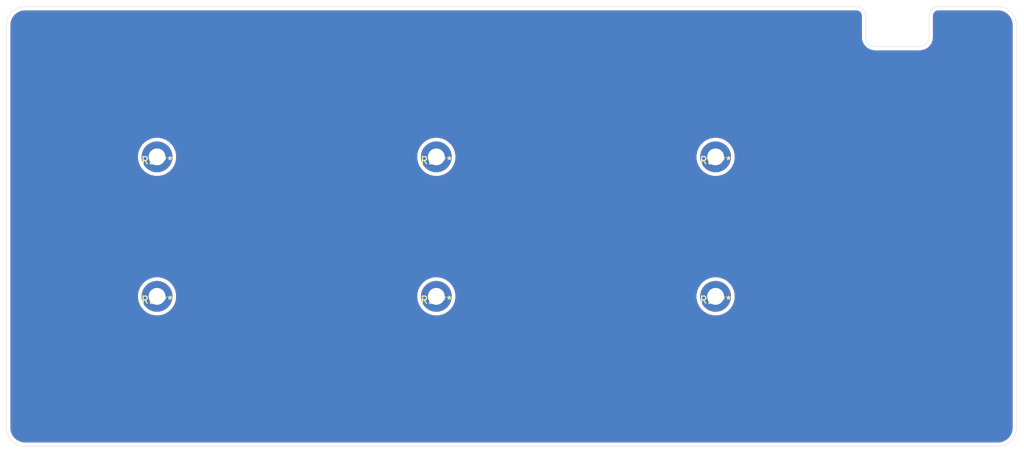
<source format=kicad_pcb>
(kicad_pcb (version 20171130) (host pcbnew "(5.1.7)-1")

  (general
    (thickness 1.6)
    (drawings 16)
    (tracks 0)
    (zones 0)
    (modules 6)
    (nets 1)
  )

  (page A4)
  (layers
    (0 F.Cu signal)
    (31 B.Cu signal)
    (32 B.Adhes user)
    (33 F.Adhes user)
    (34 B.Paste user)
    (35 F.Paste user)
    (36 B.SilkS user)
    (37 F.SilkS user)
    (38 B.Mask user)
    (39 F.Mask user)
    (40 Dwgs.User user)
    (41 Cmts.User user)
    (42 Eco1.User user)
    (43 Eco2.User user)
    (44 Edge.Cuts user)
    (45 Margin user)
    (46 B.CrtYd user)
    (47 F.CrtYd user)
    (48 B.Fab user)
    (49 F.Fab user)
  )

  (setup
    (last_trace_width 0.25)
    (user_trace_width 0.5)
    (trace_clearance 0.2)
    (zone_clearance 0.508)
    (zone_45_only no)
    (trace_min 0.2)
    (via_size 0.8)
    (via_drill 0.4)
    (via_min_size 0.4)
    (via_min_drill 0.3)
    (uvia_size 0.3)
    (uvia_drill 0.1)
    (uvias_allowed no)
    (uvia_min_size 0.2)
    (uvia_min_drill 0.1)
    (edge_width 0.05)
    (segment_width 0.2)
    (pcb_text_width 0.3)
    (pcb_text_size 1.5 1.5)
    (mod_edge_width 0.12)
    (mod_text_size 1 1)
    (mod_text_width 0.15)
    (pad_size 1.524 1.524)
    (pad_drill 0.762)
    (pad_to_mask_clearance 0)
    (aux_axis_origin 0 0)
    (visible_elements 7FFFFFFF)
    (pcbplotparams
      (layerselection 0x010fc_ffffffff)
      (usegerberextensions false)
      (usegerberattributes false)
      (usegerberadvancedattributes false)
      (creategerberjobfile false)
      (excludeedgelayer true)
      (linewidth 0.100000)
      (plotframeref false)
      (viasonmask false)
      (mode 1)
      (useauxorigin false)
      (hpglpennumber 1)
      (hpglpenspeed 20)
      (hpglpendiameter 15.000000)
      (psnegative false)
      (psa4output false)
      (plotreference true)
      (plotvalue false)
      (plotinvisibletext false)
      (padsonsilk true)
      (subtractmaskfromsilk false)
      (outputformat 1)
      (mirror false)
      (drillshape 0)
      (scaleselection 1)
      (outputdirectory "gerber/bottom_plate/"))
  )

  (net 0 "")

  (net_class Default "これはデフォルトのネット クラスです。"
    (clearance 0.2)
    (trace_width 0.25)
    (via_dia 0.8)
    (via_drill 0.4)
    (uvia_dia 0.3)
    (uvia_drill 0.1)
  )

  (module kbd:M2_Hole_TH (layer F.Cu) (tedit 5F7666C1) (tstamp 600D7460)
    (at 59.525 59.525)
    (fp_text reference REF** (at 0 0.5) (layer F.SilkS)
      (effects (font (size 1 1) (thickness 0.15)))
    )
    (fp_text value M2_Hole_TH (at 0 -0.5) (layer F.Fab)
      (effects (font (size 1 1) (thickness 0.15)))
    )
    (pad "" thru_hole circle (at 0 0) (size 4.2 4.2) (drill 2.3) (layers *.Cu *.Mask))
  )

  (module kbd:M2_Hole_TH (layer F.Cu) (tedit 5F7666C1) (tstamp 600D7486)
    (at 135.725 78.575)
    (fp_text reference REF** (at 0 0.5) (layer F.SilkS)
      (effects (font (size 1 1) (thickness 0.15)))
    )
    (fp_text value M2_Hole_TH (at 0 -0.5) (layer F.Fab)
      (effects (font (size 1 1) (thickness 0.15)))
    )
    (pad "" thru_hole circle (at 0 0) (size 4.2 4.2) (drill 2.3) (layers *.Cu *.Mask))
  )

  (module kbd:M2_Hole_TH (layer F.Cu) (tedit 5F7666C1) (tstamp 600D747E)
    (at 135.725 59.525)
    (fp_text reference REF** (at 0 0.5) (layer F.SilkS)
      (effects (font (size 1 1) (thickness 0.15)))
    )
    (fp_text value M2_Hole_TH (at 0 -0.5) (layer F.Fab)
      (effects (font (size 1 1) (thickness 0.15)))
    )
    (pad "" thru_hole circle (at 0 0) (size 4.2 4.2) (drill 2.3) (layers *.Cu *.Mask))
  )

  (module kbd:M2_Hole_TH (layer F.Cu) (tedit 5F7666C1) (tstamp 600D7476)
    (at 97.625 78.575)
    (fp_text reference REF** (at 0 0.5) (layer F.SilkS)
      (effects (font (size 1 1) (thickness 0.15)))
    )
    (fp_text value M2_Hole_TH (at 0 -0.5) (layer F.Fab)
      (effects (font (size 1 1) (thickness 0.15)))
    )
    (pad "" thru_hole circle (at 0 0) (size 4.2 4.2) (drill 2.3) (layers *.Cu *.Mask))
  )

  (module kbd:M2_Hole_TH (layer F.Cu) (tedit 5F7666C1) (tstamp 600D746E)
    (at 97.625 59.525)
    (fp_text reference REF** (at 0 0.5) (layer F.SilkS)
      (effects (font (size 1 1) (thickness 0.15)))
    )
    (fp_text value M2_Hole_TH (at 0 -0.5) (layer F.Fab)
      (effects (font (size 1 1) (thickness 0.15)))
    )
    (pad "" thru_hole circle (at 0 0) (size 4.2 4.2) (drill 2.3) (layers *.Cu *.Mask))
  )

  (module kbd:M2_Hole_TH (layer F.Cu) (tedit 5F7666C1) (tstamp 600D7466)
    (at 59.525 78.575)
    (fp_text reference REF** (at 0 0.5) (layer F.SilkS)
      (effects (font (size 1 1) (thickness 0.15)))
    )
    (fp_text value M2_Hole_TH (at 0 -0.5) (layer F.Fab)
      (effects (font (size 1 1) (thickness 0.15)))
    )
    (pad "" thru_hole circle (at 0 0) (size 4.2 4.2) (drill 2.3) (layers *.Cu *.Mask))
  )

  (gr_line (start 157.48 44.45) (end 163.576 44.45) (layer Edge.Cuts) (width 0.05) (tstamp 600D7066))
  (gr_line (start 164.846 40.259) (end 164.846 43.18) (layer Edge.Cuts) (width 0.05) (tstamp 600D705F))
  (gr_line (start 156.21 40.259) (end 156.21 43.18) (layer Edge.Cuts) (width 0.05))
  (gr_arc (start 166.116 40.259) (end 166.116 38.989) (angle -90) (layer Edge.Cuts) (width 0.05))
  (gr_arc (start 163.576 43.18) (end 163.576 44.45) (angle -90) (layer Edge.Cuts) (width 0.05))
  (gr_arc (start 157.48 43.18) (end 156.21 43.18) (angle -90) (layer Edge.Cuts) (width 0.05))
  (gr_arc (start 154.94 40.259) (end 156.21 40.259) (angle -90) (layer Edge.Cuts) (width 0.05))
  (gr_arc (start 174.244 41.529) (end 176.784 41.529) (angle -90) (layer Edge.Cuts) (width 0.05))
  (gr_arc (start 174.244 96.52) (end 174.244 99.06) (angle -90) (layer Edge.Cuts) (width 0.05))
  (gr_arc (start 41.529 96.52) (end 38.989 96.52) (angle -90) (layer Edge.Cuts) (width 0.05))
  (gr_arc (start 41.529 41.529) (end 41.529 38.989) (angle -90) (layer Edge.Cuts) (width 0.05))
  (gr_line (start 174.244 38.989) (end 166.116 38.989) (layer Edge.Cuts) (width 0.05))
  (gr_line (start 154.94 38.989) (end 41.529 38.989) (layer Edge.Cuts) (width 0.05))
  (gr_line (start 176.784 96.52) (end 176.784 41.529) (layer Edge.Cuts) (width 0.05) (tstamp 5FFAEA58))
  (gr_line (start 41.529 99.06) (end 174.244 99.06) (layer Edge.Cuts) (width 0.05))
  (gr_line (start 38.989 41.529) (end 38.989 96.52) (layer Edge.Cuts) (width 0.05))

  (zone (net 0) (net_name "") (layer F.Cu) (tstamp 600DFA30) (hatch edge 0.508)
    (connect_pads (clearance 0.508))
    (min_thickness 0.254)
    (fill yes (arc_segments 32) (thermal_gap 0.508) (thermal_bridge_width 0.508))
    (polygon
      (pts
        (xy 177.8 101.6) (xy 38.1 101.6) (xy 38.1 38.1) (xy 177.8 38.1)
      )
    )
    (filled_polygon
      (pts
        (xy 155.057869 39.663722) (xy 155.171246 39.697953) (xy 155.275819 39.753555) (xy 155.367596 39.828407) (xy 155.443091 39.919664)
        (xy 155.499419 40.023844) (xy 155.53444 40.136976) (xy 155.55 40.285022) (xy 155.550001 43.212419) (xy 155.552802 43.240855)
        (xy 155.552747 43.248682) (xy 155.553646 43.257853) (xy 155.579554 43.504357) (xy 155.591589 43.562986) (xy 155.602792 43.621716)
        (xy 155.605456 43.630538) (xy 155.678751 43.867314) (xy 155.701931 43.922457) (xy 155.724339 43.97792) (xy 155.728665 43.986054)
        (xy 155.728667 43.986059) (xy 155.72867 43.986064) (xy 155.846553 44.204086) (xy 155.879988 44.253654) (xy 155.912759 44.303735)
        (xy 155.918584 44.310876) (xy 156.076577 44.501856) (xy 156.119012 44.543995) (xy 156.160875 44.586745) (xy 156.167976 44.592618)
        (xy 156.360053 44.749273) (xy 156.409875 44.782374) (xy 156.459237 44.816173) (xy 156.467343 44.820556) (xy 156.686191 44.936919)
        (xy 156.741479 44.959707) (xy 156.796475 44.983279) (xy 156.805278 44.986003) (xy 157.042559 45.057643) (xy 157.101246 45.069264)
        (xy 157.159752 45.0817) (xy 157.168915 45.082663) (xy 157.168917 45.082663) (xy 157.415595 45.10685) (xy 157.415598 45.10685)
        (xy 157.447581 45.11) (xy 163.608419 45.11) (xy 163.636865 45.107198) (xy 163.644682 45.107253) (xy 163.653853 45.106354)
        (xy 163.900357 45.080446) (xy 163.958986 45.068411) (xy 164.017716 45.057208) (xy 164.026532 45.054546) (xy 164.026536 45.054545)
        (xy 164.026539 45.054544) (xy 164.263314 44.981249) (xy 164.318457 44.958069) (xy 164.37392 44.935661) (xy 164.382054 44.931335)
        (xy 164.382059 44.931333) (xy 164.382064 44.93133) (xy 164.600086 44.813447) (xy 164.649654 44.780012) (xy 164.699735 44.747241)
        (xy 164.706876 44.741416) (xy 164.897856 44.583423) (xy 164.939995 44.540988) (xy 164.982745 44.499125) (xy 164.988618 44.492024)
        (xy 165.145273 44.299947) (xy 165.178374 44.250125) (xy 165.212173 44.200763) (xy 165.216556 44.192657) (xy 165.332919 43.973809)
        (xy 165.355707 43.918521) (xy 165.379279 43.863525) (xy 165.382003 43.854722) (xy 165.453643 43.617441) (xy 165.465264 43.558754)
        (xy 165.4777 43.500248) (xy 165.478663 43.491083) (xy 165.50285 43.244405) (xy 165.50285 43.244402) (xy 165.506 43.212419)
        (xy 165.506 40.291279) (xy 165.520722 40.141131) (xy 165.554953 40.027754) (xy 165.610555 39.923181) (xy 165.685407 39.831404)
        (xy 165.776664 39.755909) (xy 165.880844 39.699581) (xy 165.993976 39.66456) (xy 166.142022 39.649) (xy 174.211721 39.649)
        (xy 174.608545 39.687909) (xy 174.959208 39.79378) (xy 175.282625 39.965744) (xy 175.566484 40.197254) (xy 175.799965 40.479486)
        (xy 175.974183 40.801695) (xy 176.082502 41.151614) (xy 176.124001 41.546452) (xy 176.124 96.487721) (xy 176.085091 96.884545)
        (xy 175.97922 97.235206) (xy 175.807257 97.558623) (xy 175.575748 97.842482) (xy 175.293514 98.075965) (xy 174.971304 98.250184)
        (xy 174.621385 98.358502) (xy 174.226557 98.4) (xy 41.561279 98.4) (xy 41.164455 98.361091) (xy 40.813794 98.25522)
        (xy 40.490377 98.083257) (xy 40.206518 97.851748) (xy 39.973035 97.569514) (xy 39.798816 97.247304) (xy 39.690498 96.897385)
        (xy 39.649 96.502557) (xy 39.649 78.305626) (xy 56.79 78.305626) (xy 56.79 78.844374) (xy 56.895105 79.37277)
        (xy 57.101275 79.870508) (xy 57.400587 80.318461) (xy 57.781539 80.699413) (xy 58.229492 80.998725) (xy 58.72723 81.204895)
        (xy 59.255626 81.31) (xy 59.794374 81.31) (xy 60.32277 81.204895) (xy 60.820508 80.998725) (xy 61.268461 80.699413)
        (xy 61.649413 80.318461) (xy 61.948725 79.870508) (xy 62.154895 79.37277) (xy 62.26 78.844374) (xy 62.26 78.305626)
        (xy 94.89 78.305626) (xy 94.89 78.844374) (xy 94.995105 79.37277) (xy 95.201275 79.870508) (xy 95.500587 80.318461)
        (xy 95.881539 80.699413) (xy 96.329492 80.998725) (xy 96.82723 81.204895) (xy 97.355626 81.31) (xy 97.894374 81.31)
        (xy 98.42277 81.204895) (xy 98.920508 80.998725) (xy 99.368461 80.699413) (xy 99.749413 80.318461) (xy 100.048725 79.870508)
        (xy 100.254895 79.37277) (xy 100.36 78.844374) (xy 100.36 78.305626) (xy 132.99 78.305626) (xy 132.99 78.844374)
        (xy 133.095105 79.37277) (xy 133.301275 79.870508) (xy 133.600587 80.318461) (xy 133.981539 80.699413) (xy 134.429492 80.998725)
        (xy 134.92723 81.204895) (xy 135.455626 81.31) (xy 135.994374 81.31) (xy 136.52277 81.204895) (xy 137.020508 80.998725)
        (xy 137.468461 80.699413) (xy 137.849413 80.318461) (xy 138.148725 79.870508) (xy 138.354895 79.37277) (xy 138.46 78.844374)
        (xy 138.46 78.305626) (xy 138.354895 77.77723) (xy 138.148725 77.279492) (xy 137.849413 76.831539) (xy 137.468461 76.450587)
        (xy 137.020508 76.151275) (xy 136.52277 75.945105) (xy 135.994374 75.84) (xy 135.455626 75.84) (xy 134.92723 75.945105)
        (xy 134.429492 76.151275) (xy 133.981539 76.450587) (xy 133.600587 76.831539) (xy 133.301275 77.279492) (xy 133.095105 77.77723)
        (xy 132.99 78.305626) (xy 100.36 78.305626) (xy 100.254895 77.77723) (xy 100.048725 77.279492) (xy 99.749413 76.831539)
        (xy 99.368461 76.450587) (xy 98.920508 76.151275) (xy 98.42277 75.945105) (xy 97.894374 75.84) (xy 97.355626 75.84)
        (xy 96.82723 75.945105) (xy 96.329492 76.151275) (xy 95.881539 76.450587) (xy 95.500587 76.831539) (xy 95.201275 77.279492)
        (xy 94.995105 77.77723) (xy 94.89 78.305626) (xy 62.26 78.305626) (xy 62.154895 77.77723) (xy 61.948725 77.279492)
        (xy 61.649413 76.831539) (xy 61.268461 76.450587) (xy 60.820508 76.151275) (xy 60.32277 75.945105) (xy 59.794374 75.84)
        (xy 59.255626 75.84) (xy 58.72723 75.945105) (xy 58.229492 76.151275) (xy 57.781539 76.450587) (xy 57.400587 76.831539)
        (xy 57.101275 77.279492) (xy 56.895105 77.77723) (xy 56.79 78.305626) (xy 39.649 78.305626) (xy 39.649 59.255626)
        (xy 56.79 59.255626) (xy 56.79 59.794374) (xy 56.895105 60.32277) (xy 57.101275 60.820508) (xy 57.400587 61.268461)
        (xy 57.781539 61.649413) (xy 58.229492 61.948725) (xy 58.72723 62.154895) (xy 59.255626 62.26) (xy 59.794374 62.26)
        (xy 60.32277 62.154895) (xy 60.820508 61.948725) (xy 61.268461 61.649413) (xy 61.649413 61.268461) (xy 61.948725 60.820508)
        (xy 62.154895 60.32277) (xy 62.26 59.794374) (xy 62.26 59.255626) (xy 94.89 59.255626) (xy 94.89 59.794374)
        (xy 94.995105 60.32277) (xy 95.201275 60.820508) (xy 95.500587 61.268461) (xy 95.881539 61.649413) (xy 96.329492 61.948725)
        (xy 96.82723 62.154895) (xy 97.355626 62.26) (xy 97.894374 62.26) (xy 98.42277 62.154895) (xy 98.920508 61.948725)
        (xy 99.368461 61.649413) (xy 99.749413 61.268461) (xy 100.048725 60.820508) (xy 100.254895 60.32277) (xy 100.36 59.794374)
        (xy 100.36 59.255626) (xy 132.99 59.255626) (xy 132.99 59.794374) (xy 133.095105 60.32277) (xy 133.301275 60.820508)
        (xy 133.600587 61.268461) (xy 133.981539 61.649413) (xy 134.429492 61.948725) (xy 134.92723 62.154895) (xy 135.455626 62.26)
        (xy 135.994374 62.26) (xy 136.52277 62.154895) (xy 137.020508 61.948725) (xy 137.468461 61.649413) (xy 137.849413 61.268461)
        (xy 138.148725 60.820508) (xy 138.354895 60.32277) (xy 138.46 59.794374) (xy 138.46 59.255626) (xy 138.354895 58.72723)
        (xy 138.148725 58.229492) (xy 137.849413 57.781539) (xy 137.468461 57.400587) (xy 137.020508 57.101275) (xy 136.52277 56.895105)
        (xy 135.994374 56.79) (xy 135.455626 56.79) (xy 134.92723 56.895105) (xy 134.429492 57.101275) (xy 133.981539 57.400587)
        (xy 133.600587 57.781539) (xy 133.301275 58.229492) (xy 133.095105 58.72723) (xy 132.99 59.255626) (xy 100.36 59.255626)
        (xy 100.254895 58.72723) (xy 100.048725 58.229492) (xy 99.749413 57.781539) (xy 99.368461 57.400587) (xy 98.920508 57.101275)
        (xy 98.42277 56.895105) (xy 97.894374 56.79) (xy 97.355626 56.79) (xy 96.82723 56.895105) (xy 96.329492 57.101275)
        (xy 95.881539 57.400587) (xy 95.500587 57.781539) (xy 95.201275 58.229492) (xy 94.995105 58.72723) (xy 94.89 59.255626)
        (xy 62.26 59.255626) (xy 62.154895 58.72723) (xy 61.948725 58.229492) (xy 61.649413 57.781539) (xy 61.268461 57.400587)
        (xy 60.820508 57.101275) (xy 60.32277 56.895105) (xy 59.794374 56.79) (xy 59.255626 56.79) (xy 58.72723 56.895105)
        (xy 58.229492 57.101275) (xy 57.781539 57.400587) (xy 57.400587 57.781539) (xy 57.101275 58.229492) (xy 56.895105 58.72723)
        (xy 56.79 59.255626) (xy 39.649 59.255626) (xy 39.649 41.561279) (xy 39.687909 41.164455) (xy 39.79378 40.813792)
        (xy 39.965744 40.490375) (xy 40.197254 40.206516) (xy 40.479486 39.973035) (xy 40.801695 39.798817) (xy 41.151614 39.690498)
        (xy 41.546443 39.649) (xy 154.907721 39.649)
      )
    )
  )
  (zone (net 0) (net_name "") (layer B.Cu) (tstamp 600DFA2D) (hatch edge 0.508)
    (connect_pads (clearance 0.508))
    (min_thickness 0.254)
    (fill yes (arc_segments 32) (thermal_gap 0.508) (thermal_bridge_width 0.508))
    (polygon
      (pts
        (xy 177.8 101.6) (xy 38.1 101.6) (xy 38.1 38.1) (xy 177.8 38.1)
      )
    )
    (filled_polygon
      (pts
        (xy 155.057869 39.663722) (xy 155.171246 39.697953) (xy 155.275819 39.753555) (xy 155.367596 39.828407) (xy 155.443091 39.919664)
        (xy 155.499419 40.023844) (xy 155.53444 40.136976) (xy 155.55 40.285022) (xy 155.550001 43.212419) (xy 155.552802 43.240855)
        (xy 155.552747 43.248682) (xy 155.553646 43.257853) (xy 155.579554 43.504357) (xy 155.591589 43.562986) (xy 155.602792 43.621716)
        (xy 155.605456 43.630538) (xy 155.678751 43.867314) (xy 155.701931 43.922457) (xy 155.724339 43.97792) (xy 155.728665 43.986054)
        (xy 155.728667 43.986059) (xy 155.72867 43.986064) (xy 155.846553 44.204086) (xy 155.879988 44.253654) (xy 155.912759 44.303735)
        (xy 155.918584 44.310876) (xy 156.076577 44.501856) (xy 156.119012 44.543995) (xy 156.160875 44.586745) (xy 156.167976 44.592618)
        (xy 156.360053 44.749273) (xy 156.409875 44.782374) (xy 156.459237 44.816173) (xy 156.467343 44.820556) (xy 156.686191 44.936919)
        (xy 156.741479 44.959707) (xy 156.796475 44.983279) (xy 156.805278 44.986003) (xy 157.042559 45.057643) (xy 157.101246 45.069264)
        (xy 157.159752 45.0817) (xy 157.168915 45.082663) (xy 157.168917 45.082663) (xy 157.415595 45.10685) (xy 157.415598 45.10685)
        (xy 157.447581 45.11) (xy 163.608419 45.11) (xy 163.636865 45.107198) (xy 163.644682 45.107253) (xy 163.653853 45.106354)
        (xy 163.900357 45.080446) (xy 163.958986 45.068411) (xy 164.017716 45.057208) (xy 164.026532 45.054546) (xy 164.026536 45.054545)
        (xy 164.026539 45.054544) (xy 164.263314 44.981249) (xy 164.318457 44.958069) (xy 164.37392 44.935661) (xy 164.382054 44.931335)
        (xy 164.382059 44.931333) (xy 164.382064 44.93133) (xy 164.600086 44.813447) (xy 164.649654 44.780012) (xy 164.699735 44.747241)
        (xy 164.706876 44.741416) (xy 164.897856 44.583423) (xy 164.939995 44.540988) (xy 164.982745 44.499125) (xy 164.988618 44.492024)
        (xy 165.145273 44.299947) (xy 165.178374 44.250125) (xy 165.212173 44.200763) (xy 165.216556 44.192657) (xy 165.332919 43.973809)
        (xy 165.355707 43.918521) (xy 165.379279 43.863525) (xy 165.382003 43.854722) (xy 165.453643 43.617441) (xy 165.465264 43.558754)
        (xy 165.4777 43.500248) (xy 165.478663 43.491083) (xy 165.50285 43.244405) (xy 165.50285 43.244402) (xy 165.506 43.212419)
        (xy 165.506 40.291279) (xy 165.520722 40.141131) (xy 165.554953 40.027754) (xy 165.610555 39.923181) (xy 165.685407 39.831404)
        (xy 165.776664 39.755909) (xy 165.880844 39.699581) (xy 165.993976 39.66456) (xy 166.142022 39.649) (xy 174.211721 39.649)
        (xy 174.608545 39.687909) (xy 174.959208 39.79378) (xy 175.282625 39.965744) (xy 175.566484 40.197254) (xy 175.799965 40.479486)
        (xy 175.974183 40.801695) (xy 176.082502 41.151614) (xy 176.124001 41.546452) (xy 176.124 96.487721) (xy 176.085091 96.884545)
        (xy 175.97922 97.235206) (xy 175.807257 97.558623) (xy 175.575748 97.842482) (xy 175.293514 98.075965) (xy 174.971304 98.250184)
        (xy 174.621385 98.358502) (xy 174.226557 98.4) (xy 41.561279 98.4) (xy 41.164455 98.361091) (xy 40.813794 98.25522)
        (xy 40.490377 98.083257) (xy 40.206518 97.851748) (xy 39.973035 97.569514) (xy 39.798816 97.247304) (xy 39.690498 96.897385)
        (xy 39.649 96.502557) (xy 39.649 78.305626) (xy 56.79 78.305626) (xy 56.79 78.844374) (xy 56.895105 79.37277)
        (xy 57.101275 79.870508) (xy 57.400587 80.318461) (xy 57.781539 80.699413) (xy 58.229492 80.998725) (xy 58.72723 81.204895)
        (xy 59.255626 81.31) (xy 59.794374 81.31) (xy 60.32277 81.204895) (xy 60.820508 80.998725) (xy 61.268461 80.699413)
        (xy 61.649413 80.318461) (xy 61.948725 79.870508) (xy 62.154895 79.37277) (xy 62.26 78.844374) (xy 62.26 78.305626)
        (xy 94.89 78.305626) (xy 94.89 78.844374) (xy 94.995105 79.37277) (xy 95.201275 79.870508) (xy 95.500587 80.318461)
        (xy 95.881539 80.699413) (xy 96.329492 80.998725) (xy 96.82723 81.204895) (xy 97.355626 81.31) (xy 97.894374 81.31)
        (xy 98.42277 81.204895) (xy 98.920508 80.998725) (xy 99.368461 80.699413) (xy 99.749413 80.318461) (xy 100.048725 79.870508)
        (xy 100.254895 79.37277) (xy 100.36 78.844374) (xy 100.36 78.305626) (xy 132.99 78.305626) (xy 132.99 78.844374)
        (xy 133.095105 79.37277) (xy 133.301275 79.870508) (xy 133.600587 80.318461) (xy 133.981539 80.699413) (xy 134.429492 80.998725)
        (xy 134.92723 81.204895) (xy 135.455626 81.31) (xy 135.994374 81.31) (xy 136.52277 81.204895) (xy 137.020508 80.998725)
        (xy 137.468461 80.699413) (xy 137.849413 80.318461) (xy 138.148725 79.870508) (xy 138.354895 79.37277) (xy 138.46 78.844374)
        (xy 138.46 78.305626) (xy 138.354895 77.77723) (xy 138.148725 77.279492) (xy 137.849413 76.831539) (xy 137.468461 76.450587)
        (xy 137.020508 76.151275) (xy 136.52277 75.945105) (xy 135.994374 75.84) (xy 135.455626 75.84) (xy 134.92723 75.945105)
        (xy 134.429492 76.151275) (xy 133.981539 76.450587) (xy 133.600587 76.831539) (xy 133.301275 77.279492) (xy 133.095105 77.77723)
        (xy 132.99 78.305626) (xy 100.36 78.305626) (xy 100.254895 77.77723) (xy 100.048725 77.279492) (xy 99.749413 76.831539)
        (xy 99.368461 76.450587) (xy 98.920508 76.151275) (xy 98.42277 75.945105) (xy 97.894374 75.84) (xy 97.355626 75.84)
        (xy 96.82723 75.945105) (xy 96.329492 76.151275) (xy 95.881539 76.450587) (xy 95.500587 76.831539) (xy 95.201275 77.279492)
        (xy 94.995105 77.77723) (xy 94.89 78.305626) (xy 62.26 78.305626) (xy 62.154895 77.77723) (xy 61.948725 77.279492)
        (xy 61.649413 76.831539) (xy 61.268461 76.450587) (xy 60.820508 76.151275) (xy 60.32277 75.945105) (xy 59.794374 75.84)
        (xy 59.255626 75.84) (xy 58.72723 75.945105) (xy 58.229492 76.151275) (xy 57.781539 76.450587) (xy 57.400587 76.831539)
        (xy 57.101275 77.279492) (xy 56.895105 77.77723) (xy 56.79 78.305626) (xy 39.649 78.305626) (xy 39.649 59.255626)
        (xy 56.79 59.255626) (xy 56.79 59.794374) (xy 56.895105 60.32277) (xy 57.101275 60.820508) (xy 57.400587 61.268461)
        (xy 57.781539 61.649413) (xy 58.229492 61.948725) (xy 58.72723 62.154895) (xy 59.255626 62.26) (xy 59.794374 62.26)
        (xy 60.32277 62.154895) (xy 60.820508 61.948725) (xy 61.268461 61.649413) (xy 61.649413 61.268461) (xy 61.948725 60.820508)
        (xy 62.154895 60.32277) (xy 62.26 59.794374) (xy 62.26 59.255626) (xy 94.89 59.255626) (xy 94.89 59.794374)
        (xy 94.995105 60.32277) (xy 95.201275 60.820508) (xy 95.500587 61.268461) (xy 95.881539 61.649413) (xy 96.329492 61.948725)
        (xy 96.82723 62.154895) (xy 97.355626 62.26) (xy 97.894374 62.26) (xy 98.42277 62.154895) (xy 98.920508 61.948725)
        (xy 99.368461 61.649413) (xy 99.749413 61.268461) (xy 100.048725 60.820508) (xy 100.254895 60.32277) (xy 100.36 59.794374)
        (xy 100.36 59.255626) (xy 132.99 59.255626) (xy 132.99 59.794374) (xy 133.095105 60.32277) (xy 133.301275 60.820508)
        (xy 133.600587 61.268461) (xy 133.981539 61.649413) (xy 134.429492 61.948725) (xy 134.92723 62.154895) (xy 135.455626 62.26)
        (xy 135.994374 62.26) (xy 136.52277 62.154895) (xy 137.020508 61.948725) (xy 137.468461 61.649413) (xy 137.849413 61.268461)
        (xy 138.148725 60.820508) (xy 138.354895 60.32277) (xy 138.46 59.794374) (xy 138.46 59.255626) (xy 138.354895 58.72723)
        (xy 138.148725 58.229492) (xy 137.849413 57.781539) (xy 137.468461 57.400587) (xy 137.020508 57.101275) (xy 136.52277 56.895105)
        (xy 135.994374 56.79) (xy 135.455626 56.79) (xy 134.92723 56.895105) (xy 134.429492 57.101275) (xy 133.981539 57.400587)
        (xy 133.600587 57.781539) (xy 133.301275 58.229492) (xy 133.095105 58.72723) (xy 132.99 59.255626) (xy 100.36 59.255626)
        (xy 100.254895 58.72723) (xy 100.048725 58.229492) (xy 99.749413 57.781539) (xy 99.368461 57.400587) (xy 98.920508 57.101275)
        (xy 98.42277 56.895105) (xy 97.894374 56.79) (xy 97.355626 56.79) (xy 96.82723 56.895105) (xy 96.329492 57.101275)
        (xy 95.881539 57.400587) (xy 95.500587 57.781539) (xy 95.201275 58.229492) (xy 94.995105 58.72723) (xy 94.89 59.255626)
        (xy 62.26 59.255626) (xy 62.154895 58.72723) (xy 61.948725 58.229492) (xy 61.649413 57.781539) (xy 61.268461 57.400587)
        (xy 60.820508 57.101275) (xy 60.32277 56.895105) (xy 59.794374 56.79) (xy 59.255626 56.79) (xy 58.72723 56.895105)
        (xy 58.229492 57.101275) (xy 57.781539 57.400587) (xy 57.400587 57.781539) (xy 57.101275 58.229492) (xy 56.895105 58.72723)
        (xy 56.79 59.255626) (xy 39.649 59.255626) (xy 39.649 41.561279) (xy 39.687909 41.164455) (xy 39.79378 40.813792)
        (xy 39.965744 40.490375) (xy 40.197254 40.206516) (xy 40.479486 39.973035) (xy 40.801695 39.798817) (xy 41.151614 39.690498)
        (xy 41.546443 39.649) (xy 154.907721 39.649)
      )
    )
  )
)

</source>
